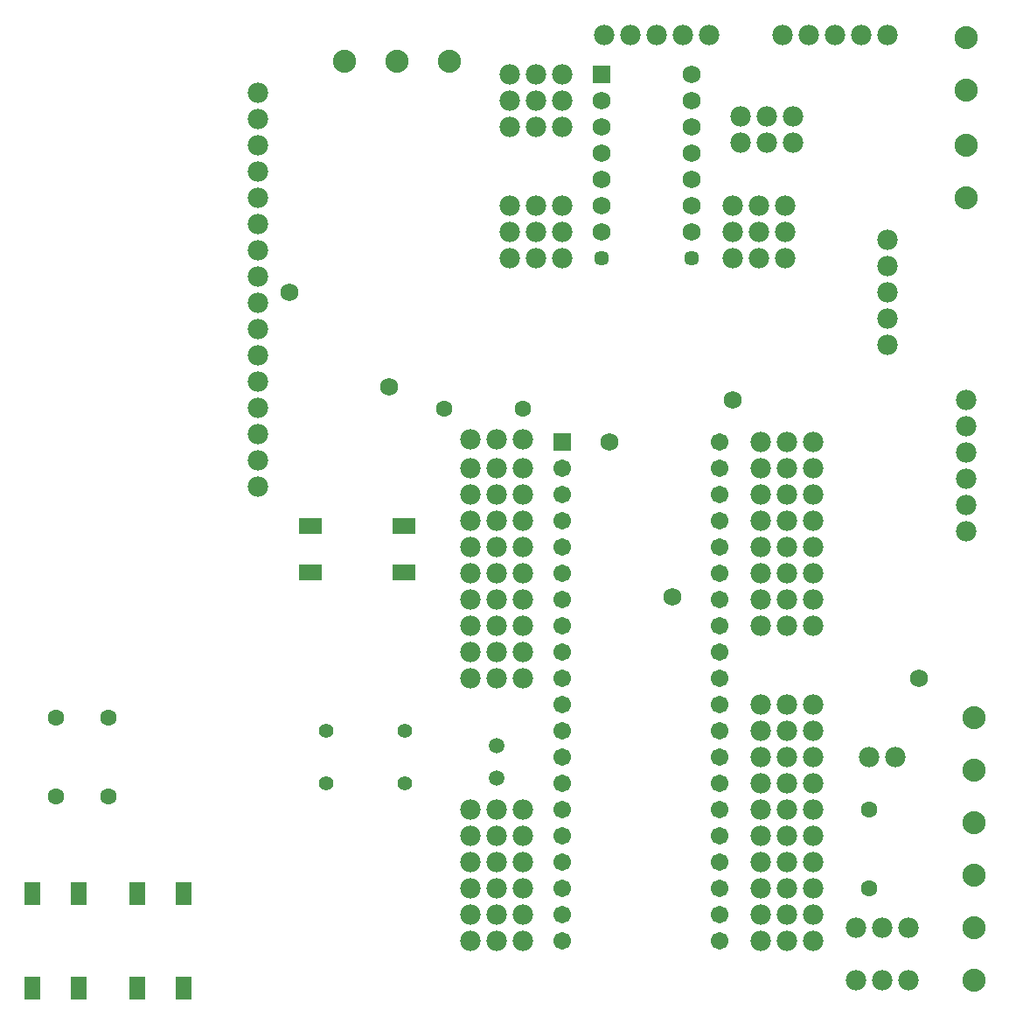
<source format=gts>
G04*
G04 #@! TF.GenerationSoftware,Altium Limited,Altium Designer,18.1.7 (191)*
G04*
G04 Layer_Color=8388736*
%FSLAX25Y25*%
%MOIN*%
G70*
G01*
G75*
%ADD21R,0.06312X0.09068*%
%ADD22R,0.09068X0.06312*%
%ADD23R,0.06800X0.06800*%
%ADD24C,0.06800*%
%ADD25C,0.05721*%
%ADD26C,0.06312*%
%ADD27C,0.07800*%
%ADD28C,0.08800*%
%ADD29C,0.05918*%
%ADD30C,0.05524*%
%ADD31C,0.06706*%
%ADD32R,0.06706X0.06706*%
D21*
X68858Y52913D02*
D03*
Y17087D02*
D03*
X51142D02*
D03*
Y52913D02*
D03*
X28858D02*
D03*
Y17087D02*
D03*
X11142D02*
D03*
Y52913D02*
D03*
D22*
X117087Y192858D02*
D03*
X152913D02*
D03*
Y175142D02*
D03*
X117087D02*
D03*
D23*
X228000Y365000D02*
D03*
D24*
Y355000D02*
D03*
Y345000D02*
D03*
Y335000D02*
D03*
Y325000D02*
D03*
Y315000D02*
D03*
Y305000D02*
D03*
X262646D02*
D03*
Y315000D02*
D03*
Y325000D02*
D03*
Y335000D02*
D03*
Y345000D02*
D03*
Y355000D02*
D03*
Y365000D02*
D03*
X109000Y282000D02*
D03*
X349000Y135000D02*
D03*
X278000Y241000D02*
D03*
X231000Y225000D02*
D03*
X255000Y166000D02*
D03*
X147000Y246000D02*
D03*
D25*
X228000Y295000D02*
D03*
X262646D02*
D03*
D26*
X40000Y90000D02*
D03*
Y120000D02*
D03*
X20000D02*
D03*
Y90000D02*
D03*
X330000Y85000D02*
D03*
Y55000D02*
D03*
X198189Y237709D02*
D03*
X168189D02*
D03*
D27*
X193000Y365000D02*
D03*
X203000D02*
D03*
X213000D02*
D03*
X337000Y302000D02*
D03*
Y292000D02*
D03*
Y282000D02*
D03*
Y272000D02*
D03*
Y262000D02*
D03*
X97000Y338000D02*
D03*
Y208000D02*
D03*
Y218000D02*
D03*
Y228000D02*
D03*
Y238000D02*
D03*
Y248000D02*
D03*
Y258000D02*
D03*
Y268000D02*
D03*
Y278000D02*
D03*
Y288000D02*
D03*
Y298000D02*
D03*
Y308000D02*
D03*
Y318000D02*
D03*
Y328000D02*
D03*
Y348000D02*
D03*
Y358000D02*
D03*
X213000Y355000D02*
D03*
X203000D02*
D03*
X193000D02*
D03*
X213000Y345000D02*
D03*
X203000D02*
D03*
X193000D02*
D03*
X213000Y315000D02*
D03*
X203000D02*
D03*
X193000D02*
D03*
X213000Y305000D02*
D03*
X203000D02*
D03*
X193000D02*
D03*
X213000Y295000D02*
D03*
X203000D02*
D03*
X193000D02*
D03*
X301000Y349000D02*
D03*
X291000D02*
D03*
X281000D02*
D03*
X301000Y339000D02*
D03*
X291000D02*
D03*
X281000D02*
D03*
X298000Y315000D02*
D03*
X288000D02*
D03*
X278000D02*
D03*
X298000Y305000D02*
D03*
X288000D02*
D03*
X278000D02*
D03*
X298000Y295000D02*
D03*
X288000D02*
D03*
X278000D02*
D03*
X330000Y105000D02*
D03*
X340000D02*
D03*
X297000Y380000D02*
D03*
X307000D02*
D03*
X317000D02*
D03*
X327000D02*
D03*
X337000D02*
D03*
X229000D02*
D03*
X239000D02*
D03*
X249000D02*
D03*
X259000D02*
D03*
X269000D02*
D03*
X345000Y20000D02*
D03*
X335000D02*
D03*
X325000D02*
D03*
X345000Y40000D02*
D03*
X335000D02*
D03*
X325000D02*
D03*
X367000Y201000D02*
D03*
Y211000D02*
D03*
Y221000D02*
D03*
Y231000D02*
D03*
Y241000D02*
D03*
Y191000D02*
D03*
X198000Y226000D02*
D03*
X188000D02*
D03*
X178000D02*
D03*
X288698Y215000D02*
D03*
X298698D02*
D03*
X308698D02*
D03*
X288698Y225000D02*
D03*
X298698D02*
D03*
X308698D02*
D03*
X178000Y75000D02*
D03*
X188000D02*
D03*
X198000D02*
D03*
X178000Y205000D02*
D03*
X188000D02*
D03*
X198000D02*
D03*
X178000Y45000D02*
D03*
X188000D02*
D03*
X198000D02*
D03*
X178000Y65000D02*
D03*
X188000D02*
D03*
X198000D02*
D03*
X178000Y195000D02*
D03*
X188000D02*
D03*
X198000D02*
D03*
X178000Y35000D02*
D03*
X188000D02*
D03*
X198000D02*
D03*
X178000Y55000D02*
D03*
X188000D02*
D03*
X198000D02*
D03*
X178000Y185000D02*
D03*
X188000D02*
D03*
X198000D02*
D03*
X288698Y35000D02*
D03*
X298698D02*
D03*
X308698D02*
D03*
X288698Y55000D02*
D03*
X298698D02*
D03*
X308698D02*
D03*
X178000Y175000D02*
D03*
X188000D02*
D03*
X198000D02*
D03*
X288698Y45000D02*
D03*
X298698D02*
D03*
X308698D02*
D03*
X288698Y65000D02*
D03*
X298698D02*
D03*
X308698D02*
D03*
X178000Y165000D02*
D03*
X188000D02*
D03*
X198000D02*
D03*
X288698Y95000D02*
D03*
X298698D02*
D03*
X308698D02*
D03*
X288698Y75000D02*
D03*
X298698D02*
D03*
X308698D02*
D03*
X288698Y155000D02*
D03*
X298698D02*
D03*
X308698D02*
D03*
X288698Y105000D02*
D03*
X298698D02*
D03*
X308698D02*
D03*
X288698Y85000D02*
D03*
X298698D02*
D03*
X308698D02*
D03*
X288698Y165000D02*
D03*
X298698D02*
D03*
X308698D02*
D03*
X288698Y115000D02*
D03*
X298698D02*
D03*
X308698D02*
D03*
X288698Y175000D02*
D03*
X298698D02*
D03*
X308698D02*
D03*
X288698Y125000D02*
D03*
X298698D02*
D03*
X308698D02*
D03*
X288698Y185000D02*
D03*
X298698D02*
D03*
X308698D02*
D03*
X178000Y155000D02*
D03*
X188000D02*
D03*
X198000D02*
D03*
X288698Y195000D02*
D03*
X298698D02*
D03*
X308698D02*
D03*
X178000Y145000D02*
D03*
X188000D02*
D03*
X198000D02*
D03*
X288698Y205000D02*
D03*
X298698D02*
D03*
X308698D02*
D03*
X178000Y135000D02*
D03*
X188000D02*
D03*
X198000D02*
D03*
X178000Y85000D02*
D03*
X188000D02*
D03*
X198000D02*
D03*
X178000Y215000D02*
D03*
X188000D02*
D03*
X198000D02*
D03*
D28*
X170000Y370000D02*
D03*
X150000D02*
D03*
X130000D02*
D03*
X370000Y120000D02*
D03*
Y100000D02*
D03*
Y80000D02*
D03*
Y60000D02*
D03*
Y40000D02*
D03*
Y20000D02*
D03*
X367000Y318000D02*
D03*
Y338000D02*
D03*
Y359000D02*
D03*
Y379000D02*
D03*
D29*
X188000Y109102D02*
D03*
Y96898D02*
D03*
D30*
X153000Y95000D02*
D03*
X123000D02*
D03*
X153000Y115000D02*
D03*
X123000D02*
D03*
D31*
X273000Y35000D02*
D03*
Y45000D02*
D03*
Y55000D02*
D03*
Y65000D02*
D03*
Y75000D02*
D03*
Y85000D02*
D03*
Y95000D02*
D03*
Y105000D02*
D03*
Y115000D02*
D03*
Y125000D02*
D03*
Y135000D02*
D03*
Y145000D02*
D03*
Y155000D02*
D03*
Y165000D02*
D03*
Y175000D02*
D03*
Y185000D02*
D03*
Y195000D02*
D03*
Y205000D02*
D03*
Y215000D02*
D03*
Y225000D02*
D03*
X213000Y35000D02*
D03*
Y45000D02*
D03*
Y55000D02*
D03*
Y65000D02*
D03*
Y75000D02*
D03*
Y85000D02*
D03*
Y95000D02*
D03*
Y105000D02*
D03*
Y115000D02*
D03*
Y125000D02*
D03*
Y135000D02*
D03*
Y145000D02*
D03*
Y155000D02*
D03*
Y165000D02*
D03*
Y175000D02*
D03*
Y185000D02*
D03*
Y195000D02*
D03*
Y205000D02*
D03*
Y215000D02*
D03*
D32*
Y225000D02*
D03*
M02*

</source>
